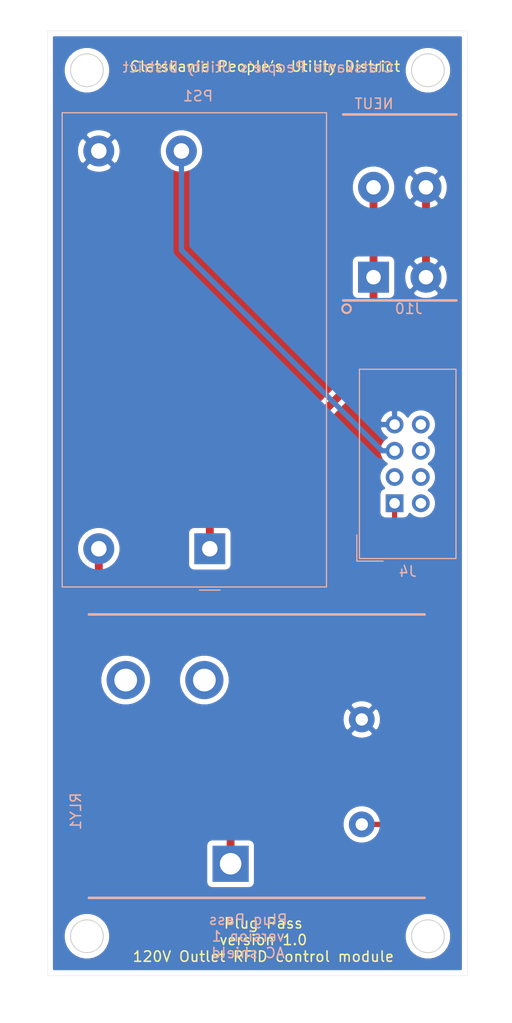
<source format=kicad_pcb>
(kicad_pcb (version 20171130) (host pcbnew "(5.1.5)-3")

  (general
    (thickness 1.6)
    (drawings 12)
    (tracks 21)
    (zones 0)
    (modules 4)
    (nets 13)
  )

  (page A4)
  (layers
    (0 F.Cu signal)
    (31 B.Cu signal)
    (32 B.Adhes user)
    (33 F.Adhes user)
    (34 B.Paste user)
    (35 F.Paste user)
    (36 B.SilkS user)
    (37 F.SilkS user)
    (38 B.Mask user)
    (39 F.Mask user)
    (40 Dwgs.User user)
    (41 Cmts.User user)
    (42 Eco1.User user)
    (43 Eco2.User user)
    (44 Edge.Cuts user)
    (45 Margin user)
    (46 B.CrtYd user)
    (47 F.CrtYd user)
    (48 B.Fab user)
    (49 F.Fab user)
  )

  (setup
    (last_trace_width 0.254)
    (user_trace_width 0.508)
    (user_trace_width 0.762)
    (trace_clearance 0.254)
    (zone_clearance 0.508)
    (zone_45_only no)
    (trace_min 0.1524)
    (via_size 0.762)
    (via_drill 0.381)
    (via_min_size 0.508)
    (via_min_drill 0.254)
    (uvia_size 0.762)
    (uvia_drill 0.381)
    (uvias_allowed no)
    (uvia_min_size 0.508)
    (uvia_min_drill 0.254)
    (edge_width 0.1)
    (segment_width 0.15)
    (pcb_text_width 0.3)
    (pcb_text_size 1.5 1.5)
    (mod_edge_width 0.15)
    (mod_text_size 1 1)
    (mod_text_width 0.15)
    (pad_size 1.7 1.7)
    (pad_drill 1)
    (pad_to_mask_clearance 0.0508)
    (solder_mask_min_width 0.101)
    (aux_axis_origin 0 0)
    (visible_elements 7FFFF7FF)
    (pcbplotparams
      (layerselection 0x010f0_ffffffff)
      (usegerberextensions true)
      (usegerberattributes false)
      (usegerberadvancedattributes false)
      (creategerberjobfile false)
      (excludeedgelayer true)
      (linewidth 0.100000)
      (plotframeref false)
      (viasonmask false)
      (mode 1)
      (useauxorigin false)
      (hpglpennumber 1)
      (hpglpenspeed 20)
      (hpglpendiameter 15.000000)
      (psnegative false)
      (psa4output false)
      (plotreference true)
      (plotvalue false)
      (plotinvisibletext false)
      (padsonsilk false)
      (subtractmaskfromsilk false)
      (outputformat 1)
      (mirror false)
      (drillshape 0)
      (scaleselection 1)
      (outputdirectory "gerbers/"))
  )

  (net 0 "")
  (net 1 GNDREF)
  (net 2 /RelayPin)
  (net 3 "Net-(J10-Pad1)")
  (net 4 "Net-(RLY1-Pad4)")
  (net 5 "Net-(J8-Pad~)")
  (net 6 "Net-(J9-Pad~)")
  (net 7 VCC)
  (net 8 "Net-(J4-Pad8)")
  (net 9 "Net-(J4-Pad6)")
  (net 10 "Net-(J4-Pad4)")
  (net 11 "Net-(J4-Pad3)")
  (net 12 "Net-(J4-Pad2)")

  (net_class Default "This is the default net class."
    (clearance 0.254)
    (trace_width 0.254)
    (via_dia 0.762)
    (via_drill 0.381)
    (uvia_dia 0.762)
    (uvia_drill 0.381)
    (add_net /RelayPin)
    (add_net GNDREF)
    (add_net "Net-(J10-Pad1)")
    (add_net "Net-(J4-Pad2)")
    (add_net "Net-(J4-Pad3)")
    (add_net "Net-(J4-Pad4)")
    (add_net "Net-(J4-Pad6)")
    (add_net "Net-(J4-Pad8)")
    (add_net "Net-(J8-Pad~)")
    (add_net "Net-(J9-Pad~)")
    (add_net "Net-(RLY1-Pad4)")
    (add_net VCC)
  )

  (module Plug_Pass:Converter_ACDC_MeanWell_IRM-05-xx_THT (layer B.Cu) (tedit 5AEF7D42) (tstamp 5EA058C5)
    (at 193.5099 100.92436 90)
    (descr http://www.meanwell.com/webapp/product/search.aspx?prod=IRM-05)
    (tags "ACDC-Converter 5W   Meanwell IRM-05")
    (path /5E98A7A4)
    (fp_text reference PS1 (at 43.815 -1.143 180) (layer B.SilkS)
      (effects (font (size 1 1) (thickness 0.15)) (justify mirror))
    )
    (fp_text value IRM-05-5 (at 21.7 -15.6 90) (layer B.Fab)
      (effects (font (size 1 1) (thickness 0.15)) (justify mirror))
    )
    (fp_line (start -2.6 0) (end -3.6 -1) (layer B.Fab) (width 0.1))
    (fp_line (start -2.6 0) (end -3.6 1) (layer B.Fab) (width 0.1))
    (fp_line (start 42.35 11.45) (end 42.35 -14.45) (layer B.CrtYd) (width 0.05))
    (fp_line (start -3.85 11.45) (end 42.35 11.45) (layer B.CrtYd) (width 0.05))
    (fp_line (start -3.85 -14.45) (end 42.35 -14.45) (layer B.CrtYd) (width 0.05))
    (fp_line (start 42.1 11.2) (end 42.1 -14.2) (layer B.Fab) (width 0.1))
    (fp_line (start -3.7 11.3) (end -3.7 -14.3) (layer B.SilkS) (width 0.12))
    (fp_line (start -3.7 -14.3) (end 42.2 -14.3) (layer B.SilkS) (width 0.12))
    (fp_line (start -3.6 11.2) (end -3.6 -14.2) (layer B.Fab) (width 0.1))
    (fp_text user %R (at 22.42 -0.48 90) (layer B.Fab)
      (effects (font (size 1 1) (thickness 0.15)) (justify mirror))
    )
    (fp_line (start -3.85 11.45) (end -3.85 -14.45) (layer B.CrtYd) (width 0.05))
    (fp_line (start 42.1 11.2) (end -3.6 11.2) (layer B.Fab) (width 0.1))
    (fp_line (start -3.6 -14.2) (end 42.1 -14.2) (layer B.Fab) (width 0.1))
    (fp_line (start -3.7 11.3) (end 42.2 11.3) (layer B.SilkS) (width 0.12))
    (fp_line (start 42.2 11.3) (end 42.2 -14.3) (layer B.SilkS) (width 0.12))
    (fp_line (start -4 1) (end -4 -1) (layer B.SilkS) (width 0.12))
    (pad 1 thru_hole rect (at 0 0 90) (size 3 3) (drill 1.5) (layers *.Cu *.Mask)
      (net 3 "Net-(J10-Pad1)"))
    (pad 4 thru_hole circle (at 38.5 -2.75 90) (size 3 3) (drill 1.5) (layers *.Cu *.Mask)
      (net 7 VCC))
    (pad 2 thru_hole circle (at 0 -10.75 90) (size 3 3) (drill 1.5) (layers *.Cu *.Mask)
      (net 6 "Net-(J9-Pad~)"))
    (pad 3 thru_hole circle (at 38.5 -10.75 90) (size 3 3) (drill 1.5) (layers *.Cu *.Mask)
      (net 1 GNDREF))
    (model ${KISYS3DMOD}/Converter_ACDC.3dshapes/Converter_ACDC_MeanWell_IRM-05-xx_THT.wrl
      (at (xyz 0 0 0))
      (scale (xyz 1 1 1))
      (rotate (xyz 0 0 0))
    )
  )

  (module Plug_Pass:TDPT_2P_5.08MM (layer B.Cu) (tedit 5E9E2B5C) (tstamp 5EA0599B)
    (at 209.36458 74.64044)
    (path /5E984D8C)
    (fp_text reference J10 (at 3.4036 3.048) (layer B.SilkS)
      (effects (font (size 1 1) (thickness 0.15)) (justify mirror))
    )
    (fp_text value TDPT-1017503 (at -4.0894 -7.6962 -90) (layer B.Fab)
      (effects (font (size 1 1) (thickness 0.15)) (justify mirror))
    )
    (fp_circle (center -2.6162 3.048) (end -2.2098 3.1496) (layer B.SilkS) (width 0.2))
    (fp_text user NEUT (at 0.0508 -16.7894) (layer B.SilkS)
      (effects (font (size 1 1) (thickness 0.15)) (justify mirror))
    )
    (fp_line (start -2.94 -15.75) (end 8.02 -15.75) (layer B.SilkS) (width 0.25))
    (fp_line (start -2.94 2.25) (end 8.02 2.25) (layer B.SilkS) (width 0.25))
    (fp_line (start -2.94 -15.75) (end 8.002 -15.75) (layer B.Fab) (width 0.12))
    (fp_line (start 8.02 2.25) (end 8.02 -15.75) (layer B.Fab) (width 0.12))
    (fp_line (start -2.94 2.25) (end 8.02 2.25) (layer B.Fab) (width 0.12))
    (fp_line (start -2.94 2.25) (end -2.94 -15.75) (layer B.Fab) (width 0.12))
    (pad 2 thru_hole circle (at 5.08 -8.7) (size 3 3) (drill 1.4) (layers *.Cu *.Mask)
      (net 1 GNDREF))
    (pad 2 thru_hole circle (at 5.08 0) (size 3 3) (drill 1.4) (layers *.Cu *.Mask)
      (net 1 GNDREF))
    (pad 1 thru_hole circle (at 0 -8.7) (size 3 3) (drill 1.4) (layers *.Cu *.Mask)
      (net 3 "Net-(J10-Pad1)"))
    (pad 1 thru_hole rect (at 0 0) (size 3 3) (drill 1.4) (layers *.Cu *.Mask)
      (net 3 "Net-(J10-Pad1)"))
  )

  (module Plug_Pass:RLY-T9AS5D22-5 (layer B.Cu) (tedit 5E987609) (tstamp 5EA05970)
    (at 181.80304 107.28452 270)
    (path /5E903161)
    (fp_text reference RLY1 (at 19.05 1.27 90) (layer B.SilkS)
      (effects (font (size 1 1) (thickness 0.15)) (justify mirror))
    )
    (fp_text value T95S5D22-5 (at 19.05 -38.1 90) (layer B.Fab)
      (effects (font (size 1 1) (thickness 0.15)) (justify mirror))
    )
    (fp_line (start 27.43 0) (end 27.43 -32.51) (layer B.SilkS) (width 0.25))
    (fp_line (start 0 0) (end 0 -32.51) (layer B.SilkS) (width 0.25))
    (fp_line (start 0 -32.51) (end 27.43 -32.51) (layer B.Fab) (width 0.12))
    (fp_line (start 0 0) (end 27.43 0) (layer B.Fab) (width 0.12))
    (fp_line (start 27.43 0) (end 27.43 -32.51) (layer B.Fab) (width 0.12))
    (fp_line (start 0 0) (end 0 -32.51) (layer B.Fab) (width 0.12))
    (pad 5 thru_hole circle (at 20.32 -26.42 270) (size 2.5 2.5) (drill 1.2) (layers *.Cu *.Mask)
      (net 2 /RelayPin))
    (pad 2 thru_hole circle (at 10.16 -26.42 270) (size 2.5 2.5) (drill 1.2) (layers *.Cu *.Mask)
      (net 1 GNDREF))
    (pad 1 thru_hole rect (at 24.13 -13.72 270) (size 3.5 3.5) (drill 2.08) (layers *.Cu *.Mask)
      (net 6 "Net-(J9-Pad~)"))
    (pad 3 thru_hole circle (at 6.35 -11.18 270) (size 3.7 3.7) (drill 2.2) (layers *.Cu *.Mask)
      (net 5 "Net-(J8-Pad~)"))
    (pad 4 thru_hole circle (at 6.35 -3.56 270) (size 3.7 3.7) (drill 2.2) (layers *.Cu *.Mask)
      (net 4 "Net-(RLY1-Pad4)"))
  )

  (module Plug_Pass:IDC-Header_2x04_P2.54mm_Vertical (layer B.Cu) (tedit 59DE070F) (tstamp 5EA05918)
    (at 211.4042 96.52)
    (descr "Through hole straight IDC box header, 2x04, 2.54mm pitch, double rows")
    (tags "Through hole IDC box header THT 2x04 2.54mm double row")
    (path /5EA059A4)
    (fp_text reference J4 (at 1.27 6.604) (layer B.SilkS)
      (effects (font (size 1 1) (thickness 0.15)) (justify mirror))
    )
    (fp_text value Conn_02x04_Odd_Even (at 1.27 -14.224) (layer B.Fab)
      (effects (font (size 1 1) (thickness 0.15)) (justify mirror))
    )
    (fp_line (start -3.655 5.6) (end -1.115 5.6) (layer B.SilkS) (width 0.12))
    (fp_line (start -3.655 5.6) (end -3.655 3.06) (layer B.SilkS) (width 0.12))
    (fp_line (start -3.405 5.35) (end 5.945 5.35) (layer B.SilkS) (width 0.12))
    (fp_line (start -3.405 -12.97) (end -3.405 5.35) (layer B.SilkS) (width 0.12))
    (fp_line (start 5.945 -12.97) (end -3.405 -12.97) (layer B.SilkS) (width 0.12))
    (fp_line (start 5.945 5.35) (end 5.945 -12.97) (layer B.SilkS) (width 0.12))
    (fp_line (start -3.41 5.35) (end 5.95 5.35) (layer B.CrtYd) (width 0.05))
    (fp_line (start -3.41 -12.97) (end -3.41 5.35) (layer B.CrtYd) (width 0.05))
    (fp_line (start 5.95 -12.97) (end -3.41 -12.97) (layer B.CrtYd) (width 0.05))
    (fp_line (start 5.95 5.35) (end 5.95 -12.97) (layer B.CrtYd) (width 0.05))
    (fp_line (start -3.155 -12.72) (end -2.605 -12.16) (layer B.Fab) (width 0.1))
    (fp_line (start -3.155 5.1) (end -2.605 4.56) (layer B.Fab) (width 0.1))
    (fp_line (start 5.695 -12.72) (end 5.145 -12.16) (layer B.Fab) (width 0.1))
    (fp_line (start 5.695 5.1) (end 5.145 4.56) (layer B.Fab) (width 0.1))
    (fp_line (start 5.145 -12.16) (end -2.605 -12.16) (layer B.Fab) (width 0.1))
    (fp_line (start 5.695 -12.72) (end -3.155 -12.72) (layer B.Fab) (width 0.1))
    (fp_line (start 5.145 4.56) (end -2.605 4.56) (layer B.Fab) (width 0.1))
    (fp_line (start 5.695 5.1) (end -3.155 5.1) (layer B.Fab) (width 0.1))
    (fp_line (start -2.605 -6.06) (end -3.155 -6.06) (layer B.Fab) (width 0.1))
    (fp_line (start -2.605 -1.56) (end -3.155 -1.56) (layer B.Fab) (width 0.1))
    (fp_line (start -2.605 -6.06) (end -2.605 -12.16) (layer B.Fab) (width 0.1))
    (fp_line (start -2.605 4.56) (end -2.605 -1.56) (layer B.Fab) (width 0.1))
    (fp_line (start -3.155 5.1) (end -3.155 -12.72) (layer B.Fab) (width 0.1))
    (fp_line (start 5.145 4.56) (end 5.145 -12.16) (layer B.Fab) (width 0.1))
    (fp_line (start 5.695 5.1) (end 5.695 -12.72) (layer B.Fab) (width 0.1))
    (fp_text user %R (at 1.27 -3.81) (layer B.Fab)
      (effects (font (size 1 1) (thickness 0.15)) (justify mirror))
    )
    (pad 8 thru_hole oval (at 2.54 -7.62) (size 1.7272 1.7272) (drill 1.016) (layers *.Cu *.Mask)
      (net 8 "Net-(J4-Pad8)"))
    (pad 7 thru_hole oval (at 0 -7.62) (size 1.7272 1.7272) (drill 1.016) (layers *.Cu *.Mask)
      (net 1 GNDREF))
    (pad 6 thru_hole oval (at 2.54 -5.08) (size 1.7272 1.7272) (drill 1.016) (layers *.Cu *.Mask)
      (net 9 "Net-(J4-Pad6)"))
    (pad 5 thru_hole oval (at 0 -5.08) (size 1.7272 1.7272) (drill 1.016) (layers *.Cu *.Mask)
      (net 7 VCC))
    (pad 4 thru_hole oval (at 2.54 -2.54) (size 1.7272 1.7272) (drill 1.016) (layers *.Cu *.Mask)
      (net 10 "Net-(J4-Pad4)"))
    (pad 3 thru_hole oval (at 0 -2.54) (size 1.7272 1.7272) (drill 1.016) (layers *.Cu *.Mask)
      (net 11 "Net-(J4-Pad3)"))
    (pad 2 thru_hole oval (at 2.54 0) (size 1.7272 1.7272) (drill 1.016) (layers *.Cu *.Mask)
      (net 12 "Net-(J4-Pad2)"))
    (pad 1 thru_hole rect (at 0 0) (size 1.7272 1.7272) (drill 1.016) (layers *.Cu *.Mask)
      (net 2 /RelayPin))
    (model ${KISYS3DMOD}/Connector_IDC.3dshapes/IDC-Header_2x04_P2.54mm_Vertical.wrl
      (at (xyz 0 0 0))
      (scale (xyz 1 1 1))
      (rotate (xyz 0 0 0))
    )
  )

  (gr_text "Plug Pass\nversion 1\nAC shield" (at 197.2183 138.43508) (layer B.SilkS)
    (effects (font (size 1 1) (thickness 0.15)) (justify mirror))
  )
  (gr_text "Clatskanie People's Utility District" (at 198.17588 54.32044) (layer B.SilkS)
    (effects (font (size 1 1) (thickness 0.15)) (justify mirror))
  )
  (gr_text "Clatskanie People's Utility District" (at 198.84136 54.24678) (layer F.SilkS) (tstamp 5EA058A9)
    (effects (font (size 1 1) (thickness 0.15)))
  )
  (gr_text "Plug Pass\nversion 1.0\n120V Outlet RFID control module" (at 198.69404 138.7856) (layer F.SilkS) (tstamp 5EA058AC)
    (effects (font (size 1 1) (thickness 0.15)))
  )
  (gr_circle (center 181.61 138.43) (end 183.1975 138.43) (layer Edge.Cuts) (width 0.1) (tstamp 5EA059C9))
  (gr_circle (center 214.63 138.43) (end 216.2175 138.43) (layer Edge.Cuts) (width 0.1) (tstamp 5EA059CF))
  (gr_circle (center 214.63 54.61) (end 216.2175 54.61) (layer Edge.Cuts) (width 0.1) (tstamp 5EA059C6))
  (gr_circle (center 181.61 54.61) (end 183.1975 54.61) (layer Edge.Cuts) (width 0.1) (tstamp 5EA059CC))
  (gr_line (start 177.8 50.8) (end 218.44 50.8) (layer Edge.Cuts) (width 0.0254) (tstamp 5EA059C3))
  (gr_line (start 177.8 142.24) (end 218.44 142.24) (layer Edge.Cuts) (width 0.0254) (tstamp 5EA059BA))
  (gr_line (start 218.44 50.8) (end 218.44 142.24) (layer Edge.Cuts) (width 0.0254) (tstamp 5EA059C0))
  (gr_line (start 177.8 142.24) (end 177.8 50.8) (layer Edge.Cuts) (width 0.0254) (tstamp 5EA059BD))

  (segment (start 214.44458 68.06176) (end 214.44458 74.64044) (width 0.762) (layer F.Cu) (net 1) (tstamp 5EA058A3))
  (segment (start 214.44458 65.94044) (end 214.44458 68.06176) (width 0.762) (layer F.Cu) (net 1) (tstamp 5EA058A6))
  (segment (start 211.4042 96.52) (end 211.4042 126.42342) (width 0.508) (layer F.Cu) (net 2) (tstamp 5EA0589D))
  (segment (start 210.2231 127.60452) (end 208.22304 127.60452) (width 0.508) (layer F.Cu) (net 2) (tstamp 5EA05873))
  (segment (start 211.4042 126.42342) (end 210.2231 127.60452) (width 0.508) (layer F.Cu) (net 2) (tstamp 5EA05879))
  (segment (start 209.36458 68.06176) (end 209.36458 74.64044) (width 0.762) (layer F.Cu) (net 3) (tstamp 5EA05870))
  (segment (start 209.36458 65.94044) (end 209.36458 68.06176) (width 0.762) (layer F.Cu) (net 3) (tstamp 5EA0586A))
  (segment (start 209.36458 82.80768) (end 209.36458 78.3336) (width 0.762) (layer F.Cu) (net 3) (tstamp 5EA0588B))
  (segment (start 193.5099 100.92436) (end 193.5099 98.66236) (width 0.762) (layer F.Cu) (net 3) (tstamp 5EA05885))
  (segment (start 193.5099 98.66236) (end 209.36458 82.80768) (width 0.762) (layer F.Cu) (net 3) (tstamp 5EA05882))
  (segment (start 209.36458 74.64044) (end 209.36458 78.3336) (width 0.762) (layer F.Cu) (net 3) (tstamp 5EA05876))
  (segment (start 209.36458 78.3336) (end 209.36458 78.88986) (width 0.762) (layer F.Cu) (net 3) (tstamp 5EA0586D))
  (segment (start 195.52304 128.90252) (end 189.11316 122.49264) (width 0.762) (layer F.Cu) (net 6) (tstamp 5EA05897))
  (segment (start 195.52304 131.41452) (end 195.52304 128.90252) (width 0.762) (layer F.Cu) (net 6) (tstamp 5EA05888))
  (segment (start 189.11316 109.39894) (end 189.11316 122.49264) (width 0.762) (layer F.Cu) (net 6) (tstamp 5EA0588E))
  (segment (start 182.7599 103.04568) (end 189.11316 109.39894) (width 0.762) (layer F.Cu) (net 6) (tstamp 5EA0587F))
  (segment (start 182.7599 100.92436) (end 182.7599 103.04568) (width 0.762) (layer F.Cu) (net 6) (tstamp 5EA0587C))
  (segment (start 190.7599 64.54568) (end 190.7599 62.42436) (width 0.508) (layer B.Cu) (net 7) (tstamp 5EA05894))
  (segment (start 190.7599 72.017014) (end 190.7599 64.54568) (width 0.508) (layer B.Cu) (net 7) (tstamp 5EA058A0))
  (segment (start 210.182886 91.44) (end 190.7599 72.017014) (width 0.508) (layer B.Cu) (net 7) (tstamp 5EA0589A))
  (segment (start 211.4042 91.44) (end 210.182886 91.44) (width 0.508) (layer B.Cu) (net 7) (tstamp 5EA05891))

  (zone (net 1) (net_name GNDREF) (layer F.Cu) (tstamp 0) (hatch edge 0.508)
    (connect_pads (clearance 0.508))
    (min_thickness 0.254)
    (fill yes (arc_segments 32) (thermal_gap 0.508) (thermal_bridge_width 0.508))
    (polygon
      (pts
        (xy 176.316567 48.661569) (xy 221.58706 48.9585) (xy 221.20606 143.77416) (xy 176.06772 144.45234) (xy 176.316567 48.661569)
        (xy 176.27854 48.66132) (xy 176.31664 48.63338)
      )
    )
    (filled_polygon
      (pts
        (xy 217.792301 141.5923) (xy 178.4477 141.5923) (xy 178.4477 138.205296) (xy 179.328539 138.205296) (xy 179.328539 138.654704)
        (xy 179.416214 139.095478) (xy 179.588196 139.510677) (xy 179.837874 139.884347) (xy 180.155653 140.202126) (xy 180.529323 140.451804)
        (xy 180.944522 140.623786) (xy 181.385296 140.711461) (xy 181.834704 140.711461) (xy 182.275478 140.623786) (xy 182.690677 140.451804)
        (xy 183.064347 140.202126) (xy 183.382126 139.884347) (xy 183.631804 139.510677) (xy 183.803786 139.095478) (xy 183.891461 138.654704)
        (xy 183.891461 138.205296) (xy 212.348539 138.205296) (xy 212.348539 138.654704) (xy 212.436214 139.095478) (xy 212.608196 139.510677)
        (xy 212.857874 139.884347) (xy 213.175653 140.202126) (xy 213.549323 140.451804) (xy 213.964522 140.623786) (xy 214.405296 140.711461)
        (xy 214.854704 140.711461) (xy 215.295478 140.623786) (xy 215.710677 140.451804) (xy 216.084347 140.202126) (xy 216.402126 139.884347)
        (xy 216.651804 139.510677) (xy 216.823786 139.095478) (xy 216.911461 138.654704) (xy 216.911461 138.205296) (xy 216.823786 137.764522)
        (xy 216.651804 137.349323) (xy 216.402126 136.975653) (xy 216.084347 136.657874) (xy 215.710677 136.408196) (xy 215.295478 136.236214)
        (xy 214.854704 136.148539) (xy 214.405296 136.148539) (xy 213.964522 136.236214) (xy 213.549323 136.408196) (xy 213.175653 136.657874)
        (xy 212.857874 136.975653) (xy 212.608196 137.349323) (xy 212.436214 137.764522) (xy 212.348539 138.205296) (xy 183.891461 138.205296)
        (xy 183.803786 137.764522) (xy 183.631804 137.349323) (xy 183.382126 136.975653) (xy 183.064347 136.657874) (xy 182.690677 136.408196)
        (xy 182.275478 136.236214) (xy 181.834704 136.148539) (xy 181.385296 136.148539) (xy 180.944522 136.236214) (xy 180.529323 136.408196)
        (xy 180.155653 136.657874) (xy 179.837874 136.975653) (xy 179.588196 137.349323) (xy 179.416214 137.764522) (xy 179.328539 138.205296)
        (xy 178.4477 138.205296) (xy 178.4477 113.389769) (xy 182.87804 113.389769) (xy 182.87804 113.879271) (xy 182.973537 114.359368)
        (xy 183.160861 114.811609) (xy 183.432814 115.218615) (xy 183.778945 115.564746) (xy 184.185951 115.836699) (xy 184.638192 116.024023)
        (xy 185.118289 116.11952) (xy 185.607791 116.11952) (xy 186.087888 116.024023) (xy 186.540129 115.836699) (xy 186.947135 115.564746)
        (xy 187.293266 115.218615) (xy 187.565219 114.811609) (xy 187.752543 114.359368) (xy 187.84804 113.879271) (xy 187.84804 113.389769)
        (xy 187.752543 112.909672) (xy 187.565219 112.457431) (xy 187.293266 112.050425) (xy 186.947135 111.704294) (xy 186.540129 111.432341)
        (xy 186.087888 111.245017) (xy 185.607791 111.14952) (xy 185.118289 111.14952) (xy 184.638192 111.245017) (xy 184.185951 111.432341)
        (xy 183.778945 111.704294) (xy 183.432814 112.050425) (xy 183.160861 112.457431) (xy 182.973537 112.909672) (xy 182.87804 113.389769)
        (xy 178.4477 113.389769) (xy 178.4477 100.714081) (xy 180.6249 100.714081) (xy 180.6249 101.134639) (xy 180.706947 101.547116)
        (xy 180.867888 101.935662) (xy 181.101537 102.285343) (xy 181.398917 102.582723) (xy 181.743901 102.813233) (xy 181.743901 102.995769)
        (xy 181.738985 103.04568) (xy 181.758602 103.24485) (xy 181.816699 103.436367) (xy 181.911041 103.61287) (xy 182.038005 103.767576)
        (xy 182.076768 103.799388) (xy 188.09716 109.819781) (xy 188.097161 122.442728) (xy 188.092245 122.49264) (xy 188.111862 122.69181)
        (xy 188.169959 122.883327) (xy 188.264301 123.05983) (xy 188.391265 123.214536) (xy 188.430028 123.246348) (xy 194.210127 129.026448)
        (xy 193.77304 129.026448) (xy 193.648558 129.038708) (xy 193.52886 129.075018) (xy 193.418546 129.133983) (xy 193.321855 129.213335)
        (xy 193.242503 129.310026) (xy 193.183538 129.42034) (xy 193.147228 129.540038) (xy 193.134968 129.66452) (xy 193.134968 133.16452)
        (xy 193.147228 133.289002) (xy 193.183538 133.4087) (xy 193.242503 133.519014) (xy 193.321855 133.615705) (xy 193.418546 133.695057)
        (xy 193.52886 133.754022) (xy 193.648558 133.790332) (xy 193.77304 133.802592) (xy 197.27304 133.802592) (xy 197.397522 133.790332)
        (xy 197.51722 133.754022) (xy 197.627534 133.695057) (xy 197.724225 133.615705) (xy 197.803577 133.519014) (xy 197.862542 133.4087)
        (xy 197.898852 133.289002) (xy 197.911112 133.16452) (xy 197.911112 129.66452) (xy 197.898852 129.540038) (xy 197.862542 129.42034)
        (xy 197.803577 129.310026) (xy 197.724225 129.213335) (xy 197.627534 129.133983) (xy 197.51722 129.075018) (xy 197.397522 129.038708)
        (xy 197.27304 129.026448) (xy 196.53904 129.026448) (xy 196.53904 128.952413) (xy 196.543954 128.902519) (xy 196.53904 128.852625)
        (xy 196.53904 128.852618) (xy 196.524338 128.703349) (xy 196.466242 128.511833) (xy 196.3719 128.33533) (xy 196.244936 128.180624)
        (xy 196.206173 128.148812) (xy 195.476225 127.418864) (xy 206.33804 127.418864) (xy 206.33804 127.790176) (xy 206.410479 128.154354)
        (xy 206.552574 128.497402) (xy 206.758865 128.806138) (xy 207.021422 129.068695) (xy 207.330158 129.274986) (xy 207.673206 129.417081)
        (xy 208.037384 129.48952) (xy 208.408696 129.48952) (xy 208.772874 129.417081) (xy 209.115922 129.274986) (xy 209.424658 129.068695)
        (xy 209.687215 128.806138) (xy 209.893506 128.497402) (xy 209.895114 128.49352) (xy 210.17944 128.49352) (xy 210.2231 128.49782)
        (xy 210.26676 128.49352) (xy 210.266767 128.49352) (xy 210.397374 128.480656) (xy 210.564951 128.429823) (xy 210.719391 128.347273)
        (xy 210.854759 128.236179) (xy 210.882599 128.202256) (xy 212.001941 127.082915) (xy 212.035859 127.055079) (xy 212.146953 126.919711)
        (xy 212.229503 126.765271) (xy 212.280336 126.597694) (xy 212.2932 126.467087) (xy 212.2932 126.46708) (xy 212.2975 126.42342)
        (xy 212.2932 126.37976) (xy 212.2932 98.01917) (xy 212.392282 98.009412) (xy 212.51198 97.973102) (xy 212.622294 97.914137)
        (xy 212.718985 97.834785) (xy 212.798337 97.738094) (xy 212.857302 97.62778) (xy 212.874836 97.569977) (xy 212.988898 97.684039)
        (xy 213.234347 97.848042) (xy 213.507075 97.96101) (xy 213.796601 98.0186) (xy 214.091799 98.0186) (xy 214.381325 97.96101)
        (xy 214.654053 97.848042) (xy 214.899502 97.684039) (xy 215.108239 97.475302) (xy 215.272242 97.229853) (xy 215.38521 96.957125)
        (xy 215.4428 96.667599) (xy 215.4428 96.372401) (xy 215.38521 96.082875) (xy 215.272242 95.810147) (xy 215.108239 95.564698)
        (xy 214.899502 95.355961) (xy 214.740919 95.25) (xy 214.899502 95.144039) (xy 215.108239 94.935302) (xy 215.272242 94.689853)
        (xy 215.38521 94.417125) (xy 215.4428 94.127599) (xy 215.4428 93.832401) (xy 215.38521 93.542875) (xy 215.272242 93.270147)
        (xy 215.108239 93.024698) (xy 214.899502 92.815961) (xy 214.740919 92.71) (xy 214.899502 92.604039) (xy 215.108239 92.395302)
        (xy 215.272242 92.149853) (xy 215.38521 91.877125) (xy 215.4428 91.587599) (xy 215.4428 91.292401) (xy 215.38521 91.002875)
        (xy 215.272242 90.730147) (xy 215.108239 90.484698) (xy 214.899502 90.275961) (xy 214.740919 90.17) (xy 214.899502 90.064039)
        (xy 215.108239 89.855302) (xy 215.272242 89.609853) (xy 215.38521 89.337125) (xy 215.4428 89.047599) (xy 215.4428 88.752401)
        (xy 215.38521 88.462875) (xy 215.272242 88.190147) (xy 215.108239 87.944698) (xy 214.899502 87.735961) (xy 214.654053 87.571958)
        (xy 214.381325 87.45899) (xy 214.091799 87.4014) (xy 213.796601 87.4014) (xy 213.507075 87.45899) (xy 213.234347 87.571958)
        (xy 212.988898 87.735961) (xy 212.780161 87.944698) (xy 212.672508 88.105813) (xy 212.511054 87.889707) (xy 212.292688 87.693183)
        (xy 212.040178 87.543036) (xy 211.763227 87.445037) (xy 211.5312 87.565536) (xy 211.5312 88.773) (xy 211.5512 88.773)
        (xy 211.5512 89.027) (xy 211.5312 89.027) (xy 211.5312 89.047) (xy 211.2772 89.047) (xy 211.2772 89.027)
        (xy 210.070383 89.027) (xy 209.949242 89.259026) (xy 209.994978 89.409814) (xy 210.121516 89.674944) (xy 210.297346 89.910293)
        (xy 210.515712 90.106817) (xy 210.614303 90.165441) (xy 210.448898 90.275961) (xy 210.240161 90.484698) (xy 210.076158 90.730147)
        (xy 209.96319 91.002875) (xy 209.9056 91.292401) (xy 209.9056 91.587599) (xy 209.96319 91.877125) (xy 210.076158 92.149853)
        (xy 210.240161 92.395302) (xy 210.448898 92.604039) (xy 210.607481 92.71) (xy 210.448898 92.815961) (xy 210.240161 93.024698)
        (xy 210.076158 93.270147) (xy 209.96319 93.542875) (xy 209.9056 93.832401) (xy 209.9056 94.127599) (xy 209.96319 94.417125)
        (xy 210.076158 94.689853) (xy 210.240161 94.935302) (xy 210.354223 95.049364) (xy 210.29642 95.066898) (xy 210.186106 95.125863)
        (xy 210.089415 95.205215) (xy 210.010063 95.301906) (xy 209.951098 95.41222) (xy 209.914788 95.531918) (xy 209.902528 95.6564)
        (xy 209.902528 97.3836) (xy 209.914788 97.508082) (xy 209.951098 97.62778) (xy 210.010063 97.738094) (xy 210.089415 97.834785)
        (xy 210.186106 97.914137) (xy 210.29642 97.973102) (xy 210.416118 98.009412) (xy 210.5152 98.01917) (xy 210.515201 126.055183)
        (xy 209.879583 126.690801) (xy 209.687215 126.402902) (xy 209.424658 126.140345) (xy 209.115922 125.934054) (xy 208.772874 125.791959)
        (xy 208.408696 125.71952) (xy 208.037384 125.71952) (xy 207.673206 125.791959) (xy 207.330158 125.934054) (xy 207.021422 126.140345)
        (xy 206.758865 126.402902) (xy 206.552574 126.711638) (xy 206.410479 127.054686) (xy 206.33804 127.418864) (xy 195.476225 127.418864)
        (xy 190.12916 122.0718) (xy 190.12916 118.758125) (xy 207.08904 118.758125) (xy 207.214954 119.048097) (xy 207.547166 119.213953)
        (xy 207.905352 119.31181) (xy 208.275746 119.337909) (xy 208.644115 119.291245) (xy 208.996302 119.173614) (xy 209.231126 119.048097)
        (xy 209.35704 118.758125) (xy 208.22304 117.624125) (xy 207.08904 118.758125) (xy 190.12916 118.758125) (xy 190.12916 117.497226)
        (xy 206.329651 117.497226) (xy 206.376315 117.865595) (xy 206.493946 118.217782) (xy 206.619463 118.452606) (xy 206.909435 118.57852)
        (xy 208.043435 117.44452) (xy 208.402645 117.44452) (xy 209.536645 118.57852) (xy 209.826617 118.452606) (xy 209.992473 118.120394)
        (xy 210.09033 117.762208) (xy 210.116429 117.391814) (xy 210.069765 117.023445) (xy 209.952134 116.671258) (xy 209.826617 116.436434)
        (xy 209.536645 116.31052) (xy 208.402645 117.44452) (xy 208.043435 117.44452) (xy 206.909435 116.31052) (xy 206.619463 116.436434)
        (xy 206.453607 116.768646) (xy 206.35575 117.126832) (xy 206.329651 117.497226) (xy 190.12916 117.497226) (xy 190.12916 116.130915)
        (xy 207.08904 116.130915) (xy 208.22304 117.264915) (xy 209.35704 116.130915) (xy 209.231126 115.840943) (xy 208.898914 115.675087)
        (xy 208.540728 115.57723) (xy 208.170334 115.551131) (xy 207.801965 115.597795) (xy 207.449778 115.715426) (xy 207.214954 115.840943)
        (xy 207.08904 116.130915) (xy 190.12916 116.130915) (xy 190.12916 113.389769) (xy 190.49804 113.389769) (xy 190.49804 113.879271)
        (xy 190.593537 114.359368) (xy 190.780861 114.811609) (xy 191.052814 115.218615) (xy 191.398945 115.564746) (xy 191.805951 115.836699)
        (xy 192.258192 116.024023) (xy 192.738289 116.11952) (xy 193.227791 116.11952) (xy 193.707888 116.024023) (xy 194.160129 115.836699)
        (xy 194.567135 115.564746) (xy 194.913266 115.218615) (xy 195.185219 114.811609) (xy 195.372543 114.359368) (xy 195.46804 113.879271)
        (xy 195.46804 113.389769) (xy 195.372543 112.909672) (xy 195.185219 112.457431) (xy 194.913266 112.050425) (xy 194.567135 111.704294)
        (xy 194.160129 111.432341) (xy 193.707888 111.245017) (xy 193.227791 111.14952) (xy 192.738289 111.14952) (xy 192.258192 111.245017)
        (xy 191.805951 111.432341) (xy 191.398945 111.704294) (xy 191.052814 112.050425) (xy 190.780861 112.457431) (xy 190.593537 112.909672)
        (xy 190.49804 113.389769) (xy 190.12916 113.389769) (xy 190.12916 109.448833) (xy 190.134074 109.398939) (xy 190.12916 109.349045)
        (xy 190.12916 109.349038) (xy 190.114458 109.199769) (xy 190.056362 109.008253) (xy 189.96202 108.83175) (xy 189.835056 108.677044)
        (xy 189.796293 108.645232) (xy 183.888833 102.737773) (xy 184.120883 102.582723) (xy 184.418263 102.285343) (xy 184.651912 101.935662)
        (xy 184.812853 101.547116) (xy 184.8949 101.134639) (xy 184.8949 100.714081) (xy 184.812853 100.301604) (xy 184.651912 99.913058)
        (xy 184.418263 99.563377) (xy 184.279246 99.42436) (xy 191.371828 99.42436) (xy 191.371828 102.42436) (xy 191.384088 102.548842)
        (xy 191.420398 102.66854) (xy 191.479363 102.778854) (xy 191.558715 102.875545) (xy 191.655406 102.954897) (xy 191.76572 103.013862)
        (xy 191.885418 103.050172) (xy 192.0099 103.062432) (xy 195.0099 103.062432) (xy 195.134382 103.050172) (xy 195.25408 103.013862)
        (xy 195.364394 102.954897) (xy 195.461085 102.875545) (xy 195.540437 102.778854) (xy 195.599402 102.66854) (xy 195.635712 102.548842)
        (xy 195.647972 102.42436) (xy 195.647972 99.42436) (xy 195.635712 99.299878) (xy 195.599402 99.18018) (xy 195.540437 99.069866)
        (xy 195.461085 98.973175) (xy 195.364394 98.893823) (xy 195.25408 98.834858) (xy 195.134382 98.798548) (xy 195.0099 98.786288)
        (xy 194.822812 98.786288) (xy 205.068126 88.540974) (xy 209.949242 88.540974) (xy 210.070383 88.773) (xy 211.2772 88.773)
        (xy 211.2772 87.565536) (xy 211.045173 87.445037) (xy 210.768222 87.543036) (xy 210.515712 87.693183) (xy 210.297346 87.889707)
        (xy 210.121516 88.125056) (xy 209.994978 88.390186) (xy 209.949242 88.540974) (xy 205.068126 88.540974) (xy 210.047713 83.561388)
        (xy 210.086476 83.529576) (xy 210.21344 83.37487) (xy 210.307782 83.198367) (xy 210.365878 83.006851) (xy 210.38058 82.857582)
        (xy 210.38058 82.857575) (xy 210.385494 82.807681) (xy 210.38058 82.757787) (xy 210.38058 76.778512) (xy 210.86458 76.778512)
        (xy 210.989062 76.766252) (xy 211.10876 76.729942) (xy 211.219074 76.670977) (xy 211.315765 76.591625) (xy 211.395117 76.494934)
        (xy 211.454082 76.38462) (xy 211.490392 76.264922) (xy 211.502652 76.14044) (xy 211.502652 76.132093) (xy 213.132532 76.132093)
        (xy 213.288542 76.447654) (xy 213.663325 76.63846) (xy 214.068131 76.752484) (xy 214.487404 76.785342) (xy 214.905031 76.735774)
        (xy 215.304963 76.605683) (xy 215.600618 76.447654) (xy 215.756628 76.132093) (xy 214.44458 74.820045) (xy 213.132532 76.132093)
        (xy 211.502652 76.132093) (xy 211.502652 74.683264) (xy 212.299678 74.683264) (xy 212.349246 75.100891) (xy 212.479337 75.500823)
        (xy 212.637366 75.796478) (xy 212.952927 75.952488) (xy 214.264975 74.64044) (xy 214.624185 74.64044) (xy 215.936233 75.952488)
        (xy 216.251794 75.796478) (xy 216.4426 75.421695) (xy 216.556624 75.016889) (xy 216.589482 74.597616) (xy 216.539914 74.179989)
        (xy 216.409823 73.780057) (xy 216.251794 73.484402) (xy 215.936233 73.328392) (xy 214.624185 74.64044) (xy 214.264975 74.64044)
        (xy 212.952927 73.328392) (xy 212.637366 73.484402) (xy 212.44656 73.859185) (xy 212.332536 74.263991) (xy 212.299678 74.683264)
        (xy 211.502652 74.683264) (xy 211.502652 73.148787) (xy 213.132532 73.148787) (xy 214.44458 74.460835) (xy 215.756628 73.148787)
        (xy 215.600618 72.833226) (xy 215.225835 72.64242) (xy 214.821029 72.528396) (xy 214.401756 72.495538) (xy 213.984129 72.545106)
        (xy 213.584197 72.675197) (xy 213.288542 72.833226) (xy 213.132532 73.148787) (xy 211.502652 73.148787) (xy 211.502652 73.14044)
        (xy 211.490392 73.015958) (xy 211.454082 72.89626) (xy 211.395117 72.785946) (xy 211.315765 72.689255) (xy 211.219074 72.609903)
        (xy 211.10876 72.550938) (xy 210.989062 72.514628) (xy 210.86458 72.502368) (xy 210.38058 72.502368) (xy 210.38058 67.829313)
        (xy 210.725563 67.598803) (xy 210.892273 67.432093) (xy 213.132532 67.432093) (xy 213.288542 67.747654) (xy 213.663325 67.93846)
        (xy 214.068131 68.052484) (xy 214.487404 68.085342) (xy 214.905031 68.035774) (xy 215.304963 67.905683) (xy 215.600618 67.747654)
        (xy 215.756628 67.432093) (xy 214.44458 66.120045) (xy 213.132532 67.432093) (xy 210.892273 67.432093) (xy 211.022943 67.301423)
        (xy 211.256592 66.951742) (xy 211.417533 66.563196) (xy 211.49958 66.150719) (xy 211.49958 65.983264) (xy 212.299678 65.983264)
        (xy 212.349246 66.400891) (xy 212.479337 66.800823) (xy 212.637366 67.096478) (xy 212.952927 67.252488) (xy 214.264975 65.94044)
        (xy 214.624185 65.94044) (xy 215.936233 67.252488) (xy 216.251794 67.096478) (xy 216.4426 66.721695) (xy 216.556624 66.316889)
        (xy 216.589482 65.897616) (xy 216.539914 65.479989) (xy 216.409823 65.080057) (xy 216.251794 64.784402) (xy 215.936233 64.628392)
        (xy 214.624185 65.94044) (xy 214.264975 65.94044) (xy 212.952927 64.628392) (xy 212.637366 64.784402) (xy 212.44656 65.159185)
        (xy 212.332536 65.563991) (xy 212.299678 65.983264) (xy 211.49958 65.983264) (xy 211.49958 65.730161) (xy 211.417533 65.317684)
        (xy 211.256592 64.929138) (xy 211.022943 64.579457) (xy 210.892273 64.448787) (xy 213.132532 64.448787) (xy 214.44458 65.760835)
        (xy 215.756628 64.448787) (xy 215.600618 64.133226) (xy 215.225835 63.94242) (xy 214.821029 63.828396) (xy 214.401756 63.795538)
        (xy 213.984129 63.845106) (xy 213.584197 63.975197) (xy 213.288542 64.133226) (xy 213.132532 64.448787) (xy 210.892273 64.448787)
        (xy 210.725563 64.282077) (xy 210.375882 64.048428) (xy 209.987336 63.887487) (xy 209.574859 63.80544) (xy 209.154301 63.80544)
        (xy 208.741824 63.887487) (xy 208.353278 64.048428) (xy 208.003597 64.282077) (xy 207.706217 64.579457) (xy 207.472568 64.929138)
        (xy 207.311627 65.317684) (xy 207.22958 65.730161) (xy 207.22958 66.150719) (xy 207.311627 66.563196) (xy 207.472568 66.951742)
        (xy 207.706217 67.301423) (xy 208.003597 67.598803) (xy 208.348581 67.829313) (xy 208.348581 68.011849) (xy 208.34858 68.011859)
        (xy 208.348581 72.502368) (xy 207.86458 72.502368) (xy 207.740098 72.514628) (xy 207.6204 72.550938) (xy 207.510086 72.609903)
        (xy 207.413395 72.689255) (xy 207.334043 72.785946) (xy 207.275078 72.89626) (xy 207.238768 73.015958) (xy 207.226508 73.14044)
        (xy 207.226508 76.14044) (xy 207.238768 76.264922) (xy 207.275078 76.38462) (xy 207.334043 76.494934) (xy 207.413395 76.591625)
        (xy 207.510086 76.670977) (xy 207.6204 76.729942) (xy 207.740098 76.766252) (xy 207.86458 76.778512) (xy 208.348581 76.778512)
        (xy 208.348581 78.283689) (xy 208.34858 78.283699) (xy 208.34858 78.939762) (xy 208.348581 78.939771) (xy 208.34858 82.386839)
        (xy 192.826768 97.908652) (xy 192.788005 97.940464) (xy 192.661041 98.09517) (xy 192.566699 98.271673) (xy 192.508602 98.46319)
        (xy 192.488985 98.66236) (xy 192.493901 98.712271) (xy 192.493901 98.786288) (xy 192.0099 98.786288) (xy 191.885418 98.798548)
        (xy 191.76572 98.834858) (xy 191.655406 98.893823) (xy 191.558715 98.973175) (xy 191.479363 99.069866) (xy 191.420398 99.18018)
        (xy 191.384088 99.299878) (xy 191.371828 99.42436) (xy 184.279246 99.42436) (xy 184.120883 99.265997) (xy 183.771202 99.032348)
        (xy 183.382656 98.871407) (xy 182.970179 98.78936) (xy 182.549621 98.78936) (xy 182.137144 98.871407) (xy 181.748598 99.032348)
        (xy 181.398917 99.265997) (xy 181.101537 99.563377) (xy 180.867888 99.913058) (xy 180.706947 100.301604) (xy 180.6249 100.714081)
        (xy 178.4477 100.714081) (xy 178.4477 63.916013) (xy 181.447852 63.916013) (xy 181.603862 64.231574) (xy 181.978645 64.42238)
        (xy 182.383451 64.536404) (xy 182.802724 64.569262) (xy 183.220351 64.519694) (xy 183.620283 64.389603) (xy 183.915938 64.231574)
        (xy 184.071948 63.916013) (xy 182.7599 62.603965) (xy 181.447852 63.916013) (xy 178.4477 63.916013) (xy 178.4477 62.467184)
        (xy 180.614998 62.467184) (xy 180.664566 62.884811) (xy 180.794657 63.284743) (xy 180.952686 63.580398) (xy 181.268247 63.736408)
        (xy 182.580295 62.42436) (xy 182.939505 62.42436) (xy 184.251553 63.736408) (xy 184.567114 63.580398) (xy 184.75792 63.205615)
        (xy 184.871944 62.800809) (xy 184.904802 62.381536) (xy 184.884927 62.214081) (xy 188.6249 62.214081) (xy 188.6249 62.634639)
        (xy 188.706947 63.047116) (xy 188.867888 63.435662) (xy 189.101537 63.785343) (xy 189.398917 64.082723) (xy 189.748598 64.316372)
        (xy 190.137144 64.477313) (xy 190.549621 64.55936) (xy 190.970179 64.55936) (xy 191.382656 64.477313) (xy 191.771202 64.316372)
        (xy 192.120883 64.082723) (xy 192.418263 63.785343) (xy 192.651912 63.435662) (xy 192.812853 63.047116) (xy 192.8949 62.634639)
        (xy 192.8949 62.214081) (xy 192.812853 61.801604) (xy 192.651912 61.413058) (xy 192.418263 61.063377) (xy 192.120883 60.765997)
        (xy 191.771202 60.532348) (xy 191.382656 60.371407) (xy 190.970179 60.28936) (xy 190.549621 60.28936) (xy 190.137144 60.371407)
        (xy 189.748598 60.532348) (xy 189.398917 60.765997) (xy 189.101537 61.063377) (xy 188.867888 61.413058) (xy 188.706947 61.801604)
        (xy 188.6249 62.214081) (xy 184.884927 62.214081) (xy 184.855234 61.963909) (xy 184.725143 61.563977) (xy 184.567114 61.268322)
        (xy 184.251553 61.112312) (xy 182.939505 62.42436) (xy 182.580295 62.42436) (xy 181.268247 61.112312) (xy 180.952686 61.268322)
        (xy 180.76188 61.643105) (xy 180.647856 62.047911) (xy 180.614998 62.467184) (xy 178.4477 62.467184) (xy 178.4477 60.932707)
        (xy 181.447852 60.932707) (xy 182.7599 62.244755) (xy 184.071948 60.932707) (xy 183.915938 60.617146) (xy 183.541155 60.42634)
        (xy 183.136349 60.312316) (xy 182.717076 60.279458) (xy 182.299449 60.329026) (xy 181.899517 60.459117) (xy 181.603862 60.617146)
        (xy 181.447852 60.932707) (xy 178.4477 60.932707) (xy 178.4477 54.385296) (xy 179.328539 54.385296) (xy 179.328539 54.834704)
        (xy 179.416214 55.275478) (xy 179.588196 55.690677) (xy 179.837874 56.064347) (xy 180.155653 56.382126) (xy 180.529323 56.631804)
        (xy 180.944522 56.803786) (xy 181.385296 56.891461) (xy 181.834704 56.891461) (xy 182.275478 56.803786) (xy 182.690677 56.631804)
        (xy 183.064347 56.382126) (xy 183.382126 56.064347) (xy 183.631804 55.690677) (xy 183.803786 55.275478) (xy 183.891461 54.834704)
        (xy 183.891461 54.385296) (xy 212.348539 54.385296) (xy 212.348539 54.834704) (xy 212.436214 55.275478) (xy 212.608196 55.690677)
        (xy 212.857874 56.064347) (xy 213.175653 56.382126) (xy 213.549323 56.631804) (xy 213.964522 56.803786) (xy 214.405296 56.891461)
        (xy 214.854704 56.891461) (xy 215.295478 56.803786) (xy 215.710677 56.631804) (xy 216.084347 56.382126) (xy 216.402126 56.064347)
        (xy 216.651804 55.690677) (xy 216.823786 55.275478) (xy 216.911461 54.834704) (xy 216.911461 54.385296) (xy 216.823786 53.944522)
        (xy 216.651804 53.529323) (xy 216.402126 53.155653) (xy 216.084347 52.837874) (xy 215.710677 52.588196) (xy 215.295478 52.416214)
        (xy 214.854704 52.328539) (xy 214.405296 52.328539) (xy 213.964522 52.416214) (xy 213.549323 52.588196) (xy 213.175653 52.837874)
        (xy 212.857874 53.155653) (xy 212.608196 53.529323) (xy 212.436214 53.944522) (xy 212.348539 54.385296) (xy 183.891461 54.385296)
        (xy 183.803786 53.944522) (xy 183.631804 53.529323) (xy 183.382126 53.155653) (xy 183.064347 52.837874) (xy 182.690677 52.588196)
        (xy 182.275478 52.416214) (xy 181.834704 52.328539) (xy 181.385296 52.328539) (xy 180.944522 52.416214) (xy 180.529323 52.588196)
        (xy 180.155653 52.837874) (xy 179.837874 53.155653) (xy 179.588196 53.529323) (xy 179.416214 53.944522) (xy 179.328539 54.385296)
        (xy 178.4477 54.385296) (xy 178.4477 51.4477) (xy 217.7923 51.4477)
      )
    )
  )
  (zone (net 1) (net_name GNDREF) (layer B.Cu) (tstamp 0) (hatch edge 0.508)
    (connect_pads (clearance 0.508))
    (min_thickness 0.254)
    (fill yes (arc_segments 32) (thermal_gap 0.508) (thermal_bridge_width 0.508))
    (polygon
      (pts
        (xy 175.9204 47.81296) (xy 222.4405 48.1965) (xy 222.7961 146.83486) (xy 173.19244 146.83486) (xy 175.9204 47.81042)
      )
    )
    (filled_polygon
      (pts
        (xy 217.792301 141.5923) (xy 178.4477 141.5923) (xy 178.4477 138.205296) (xy 179.328539 138.205296) (xy 179.328539 138.654704)
        (xy 179.416214 139.095478) (xy 179.588196 139.510677) (xy 179.837874 139.884347) (xy 180.155653 140.202126) (xy 180.529323 140.451804)
        (xy 180.944522 140.623786) (xy 181.385296 140.711461) (xy 181.834704 140.711461) (xy 182.275478 140.623786) (xy 182.690677 140.451804)
        (xy 183.064347 140.202126) (xy 183.382126 139.884347) (xy 183.631804 139.510677) (xy 183.803786 139.095478) (xy 183.891461 138.654704)
        (xy 183.891461 138.205296) (xy 212.348539 138.205296) (xy 212.348539 138.654704) (xy 212.436214 139.095478) (xy 212.608196 139.510677)
        (xy 212.857874 139.884347) (xy 213.175653 140.202126) (xy 213.549323 140.451804) (xy 213.964522 140.623786) (xy 214.405296 140.711461)
        (xy 214.854704 140.711461) (xy 215.295478 140.623786) (xy 215.710677 140.451804) (xy 216.084347 140.202126) (xy 216.402126 139.884347)
        (xy 216.651804 139.510677) (xy 216.823786 139.095478) (xy 216.911461 138.654704) (xy 216.911461 138.205296) (xy 216.823786 137.764522)
        (xy 216.651804 137.349323) (xy 216.402126 136.975653) (xy 216.084347 136.657874) (xy 215.710677 136.408196) (xy 215.295478 136.236214)
        (xy 214.854704 136.148539) (xy 214.405296 136.148539) (xy 213.964522 136.236214) (xy 213.549323 136.408196) (xy 213.175653 136.657874)
        (xy 212.857874 136.975653) (xy 212.608196 137.349323) (xy 212.436214 137.764522) (xy 212.348539 138.205296) (xy 183.891461 138.205296)
        (xy 183.803786 137.764522) (xy 183.631804 137.349323) (xy 183.382126 136.975653) (xy 183.064347 136.657874) (xy 182.690677 136.408196)
        (xy 182.275478 136.236214) (xy 181.834704 136.148539) (xy 181.385296 136.148539) (xy 180.944522 136.236214) (xy 180.529323 136.408196)
        (xy 180.155653 136.657874) (xy 179.837874 136.975653) (xy 179.588196 137.349323) (xy 179.416214 137.764522) (xy 179.328539 138.205296)
        (xy 178.4477 138.205296) (xy 178.4477 129.66452) (xy 193.134968 129.66452) (xy 193.134968 133.16452) (xy 193.147228 133.289002)
        (xy 193.183538 133.4087) (xy 193.242503 133.519014) (xy 193.321855 133.615705) (xy 193.418546 133.695057) (xy 193.52886 133.754022)
        (xy 193.648558 133.790332) (xy 193.77304 133.802592) (xy 197.27304 133.802592) (xy 197.397522 133.790332) (xy 197.51722 133.754022)
        (xy 197.627534 133.695057) (xy 197.724225 133.615705) (xy 197.803577 133.519014) (xy 197.862542 133.4087) (xy 197.898852 133.289002)
        (xy 197.911112 133.16452) (xy 197.911112 129.66452) (xy 197.898852 129.540038) (xy 197.862542 129.42034) (xy 197.803577 129.310026)
        (xy 197.724225 129.213335) (xy 197.627534 129.133983) (xy 197.51722 129.075018) (xy 197.397522 129.038708) (xy 197.27304 129.026448)
        (xy 193.77304 129.026448) (xy 193.648558 129.038708) (xy 193.52886 129.075018) (xy 193.418546 129.133983) (xy 193.321855 129.213335)
        (xy 193.242503 129.310026) (xy 193.183538 129.42034) (xy 193.147228 129.540038) (xy 193.134968 129.66452) (xy 178.4477 129.66452)
        (xy 178.4477 127.418864) (xy 206.33804 127.418864) (xy 206.33804 127.790176) (xy 206.410479 128.154354) (xy 206.552574 128.497402)
        (xy 206.758865 128.806138) (xy 207.021422 129.068695) (xy 207.330158 129.274986) (xy 207.673206 129.417081) (xy 208.037384 129.48952)
        (xy 208.408696 129.48952) (xy 208.772874 129.417081) (xy 209.115922 129.274986) (xy 209.424658 129.068695) (xy 209.687215 128.806138)
        (xy 209.893506 128.497402) (xy 210.035601 128.154354) (xy 210.10804 127.790176) (xy 210.10804 127.418864) (xy 210.035601 127.054686)
        (xy 209.893506 126.711638) (xy 209.687215 126.402902) (xy 209.424658 126.140345) (xy 209.115922 125.934054) (xy 208.772874 125.791959)
        (xy 208.408696 125.71952) (xy 208.037384 125.71952) (xy 207.673206 125.791959) (xy 207.330158 125.934054) (xy 207.021422 126.140345)
        (xy 206.758865 126.402902) (xy 206.552574 126.711638) (xy 206.410479 127.054686) (xy 206.33804 127.418864) (xy 178.4477 127.418864)
        (xy 178.4477 118.758125) (xy 207.08904 118.758125) (xy 207.214954 119.048097) (xy 207.547166 119.213953) (xy 207.905352 119.31181)
        (xy 208.275746 119.337909) (xy 208.644115 119.291245) (xy 208.996302 119.173614) (xy 209.231126 119.048097) (xy 209.35704 118.758125)
        (xy 208.22304 117.624125) (xy 207.08904 118.758125) (xy 178.4477 118.758125) (xy 178.4477 117.497226) (xy 206.329651 117.497226)
        (xy 206.376315 117.865595) (xy 206.493946 118.217782) (xy 206.619463 118.452606) (xy 206.909435 118.57852) (xy 208.043435 117.44452)
        (xy 208.402645 117.44452) (xy 209.536645 118.57852) (xy 209.826617 118.452606) (xy 209.992473 118.120394) (xy 210.09033 117.762208)
        (xy 210.116429 117.391814) (xy 210.069765 117.023445) (xy 209.952134 116.671258) (xy 209.826617 116.436434) (xy 209.536645 116.31052)
        (xy 208.402645 117.44452) (xy 208.043435 117.44452) (xy 206.909435 116.31052) (xy 206.619463 116.436434) (xy 206.453607 116.768646)
        (xy 206.35575 117.126832) (xy 206.329651 117.497226) (xy 178.4477 117.497226) (xy 178.4477 116.130915) (xy 207.08904 116.130915)
        (xy 208.22304 117.264915) (xy 209.35704 116.130915) (xy 209.231126 115.840943) (xy 208.898914 115.675087) (xy 208.540728 115.57723)
        (xy 208.170334 115.551131) (xy 207.801965 115.597795) (xy 207.449778 115.715426) (xy 207.214954 115.840943) (xy 207.08904 116.130915)
        (xy 178.4477 116.130915) (xy 178.4477 113.389769) (xy 182.87804 113.389769) (xy 182.87804 113.879271) (xy 182.973537 114.359368)
        (xy 183.160861 114.811609) (xy 183.432814 115.218615) (xy 183.778945 115.564746) (xy 184.185951 115.836699) (xy 184.638192 116.024023)
        (xy 185.118289 116.11952) (xy 185.607791 116.11952) (xy 186.087888 116.024023) (xy 186.540129 115.836699) (xy 186.947135 115.564746)
        (xy 187.293266 115.218615) (xy 187.565219 114.811609) (xy 187.752543 114.359368) (xy 187.84804 113.879271) (xy 187.84804 113.389769)
        (xy 190.49804 113.389769) (xy 190.49804 113.879271) (xy 190.593537 114.359368) (xy 190.780861 114.811609) (xy 191.052814 115.218615)
        (xy 191.398945 115.564746) (xy 191.805951 115.836699) (xy 192.258192 116.024023) (xy 192.738289 116.11952) (xy 193.227791 116.11952)
        (xy 193.707888 116.024023) (xy 194.160129 115.836699) (xy 194.567135 115.564746) (xy 194.913266 115.218615) (xy 195.185219 114.811609)
        (xy 195.372543 114.359368) (xy 195.46804 113.879271) (xy 195.46804 113.389769) (xy 195.372543 112.909672) (xy 195.185219 112.457431)
        (xy 194.913266 112.050425) (xy 194.567135 111.704294) (xy 194.160129 111.432341) (xy 193.707888 111.245017) (xy 193.227791 111.14952)
        (xy 192.738289 111.14952) (xy 192.258192 111.245017) (xy 191.805951 111.432341) (xy 191.398945 111.704294) (xy 191.052814 112.050425)
        (xy 190.780861 112.457431) (xy 190.593537 112.909672) (xy 190.49804 113.389769) (xy 187.84804 113.389769) (xy 187.752543 112.909672)
        (xy 187.565219 112.457431) (xy 187.293266 112.050425) (xy 186.947135 111.704294) (xy 186.540129 111.432341) (xy 186.087888 111.245017)
        (xy 185.607791 111.14952) (xy 185.118289 111.14952) (xy 184.638192 111.245017) (xy 184.185951 111.432341) (xy 183.778945 111.704294)
        (xy 183.432814 112.050425) (xy 183.160861 112.457431) (xy 182.973537 112.909672) (xy 182.87804 113.389769) (xy 178.4477 113.389769)
        (xy 178.4477 100.714081) (xy 180.6249 100.714081) (xy 180.6249 101.134639) (xy 180.706947 101.547116) (xy 180.867888 101.935662)
        (xy 181.101537 102.285343) (xy 181.398917 102.582723) (xy 181.748598 102.816372) (xy 182.137144 102.977313) (xy 182.549621 103.05936)
        (xy 182.970179 103.05936) (xy 183.382656 102.977313) (xy 183.771202 102.816372) (xy 184.120883 102.582723) (xy 184.418263 102.285343)
        (xy 184.651912 101.935662) (xy 184.812853 101.547116) (xy 184.8949 101.134639) (xy 184.8949 100.714081) (xy 184.812853 100.301604)
        (xy 184.651912 99.913058) (xy 184.418263 99.563377) (xy 184.279246 99.42436) (xy 191.371828 99.42436) (xy 191.371828 102.42436)
        (xy 191.384088 102.548842) (xy 191.420398 102.66854) (xy 191.479363 102.778854) (xy 191.558715 102.875545) (xy 191.655406 102.954897)
        (xy 191.76572 103.013862) (xy 191.885418 103.050172) (xy 192.0099 103.062432) (xy 195.0099 103.062432) (xy 195.134382 103.050172)
        (xy 195.25408 103.013862) (xy 195.364394 102.954897) (xy 195.461085 102.875545) (xy 195.540437 102.778854) (xy 195.599402 102.66854)
        (xy 195.635712 102.548842) (xy 195.647972 102.42436) (xy 195.647972 99.42436) (xy 195.635712 99.299878) (xy 195.599402 99.18018)
        (xy 195.540437 99.069866) (xy 195.461085 98.973175) (xy 195.364394 98.893823) (xy 195.25408 98.834858) (xy 195.134382 98.798548)
        (xy 195.0099 98.786288) (xy 192.0099 98.786288) (xy 191.885418 98.798548) (xy 191.76572 98.834858) (xy 191.655406 98.893823)
        (xy 191.558715 98.973175) (xy 191.479363 99.069866) (xy 191.420398 99.18018) (xy 191.384088 99.299878) (xy 191.371828 99.42436)
        (xy 184.279246 99.42436) (xy 184.120883 99.265997) (xy 183.771202 99.032348) (xy 183.382656 98.871407) (xy 182.970179 98.78936)
        (xy 182.549621 98.78936) (xy 182.137144 98.871407) (xy 181.748598 99.032348) (xy 181.398917 99.265997) (xy 181.101537 99.563377)
        (xy 180.867888 99.913058) (xy 180.706947 100.301604) (xy 180.6249 100.714081) (xy 178.4477 100.714081) (xy 178.4477 63.916013)
        (xy 181.447852 63.916013) (xy 181.603862 64.231574) (xy 181.978645 64.42238) (xy 182.383451 64.536404) (xy 182.802724 64.569262)
        (xy 183.220351 64.519694) (xy 183.620283 64.389603) (xy 183.915938 64.231574) (xy 184.071948 63.916013) (xy 182.7599 62.603965)
        (xy 181.447852 63.916013) (xy 178.4477 63.916013) (xy 178.4477 62.467184) (xy 180.614998 62.467184) (xy 180.664566 62.884811)
        (xy 180.794657 63.284743) (xy 180.952686 63.580398) (xy 181.268247 63.736408) (xy 182.580295 62.42436) (xy 182.939505 62.42436)
        (xy 184.251553 63.736408) (xy 184.567114 63.580398) (xy 184.75792 63.205615) (xy 184.871944 62.800809) (xy 184.904802 62.381536)
        (xy 184.884927 62.214081) (xy 188.6249 62.214081) (xy 188.6249 62.634639) (xy 188.706947 63.047116) (xy 188.867888 63.435662)
        (xy 189.101537 63.785343) (xy 189.398917 64.082723) (xy 189.748598 64.316372) (xy 189.8709 64.367031) (xy 189.8709 64.589346)
        (xy 189.870901 64.589356) (xy 189.8709 71.973354) (xy 189.8666 72.017014) (xy 189.8709 72.060674) (xy 189.8709 72.06068)
        (xy 189.883764 72.191287) (xy 189.934597 72.358864) (xy 190.017147 72.513304) (xy 190.128241 72.648673) (xy 190.162164 72.676513)
        (xy 209.523392 92.037742) (xy 209.551227 92.071659) (xy 209.686595 92.182753) (xy 209.841035 92.265303) (xy 209.906944 92.285296)
        (xy 210.00861 92.316136) (xy 210.04181 92.319406) (xy 210.139219 92.329) (xy 210.139225 92.329) (xy 210.182885 92.3333)
        (xy 210.197754 92.331836) (xy 210.240161 92.395302) (xy 210.448898 92.604039) (xy 210.607481 92.71) (xy 210.448898 92.815961)
        (xy 210.240161 93.024698) (xy 210.076158 93.270147) (xy 209.96319 93.542875) (xy 209.9056 93.832401) (xy 209.9056 94.127599)
        (xy 209.96319 94.417125) (xy 210.076158 94.689853) (xy 210.240161 94.935302) (xy 210.354223 95.049364) (xy 210.29642 95.066898)
        (xy 210.186106 95.125863) (xy 210.089415 95.205215) (xy 210.010063 95.301906) (xy 209.951098 95.41222) (xy 209.914788 95.531918)
        (xy 209.902528 95.6564) (xy 209.902528 97.3836) (xy 209.914788 97.508082) (xy 209.951098 97.62778) (xy 210.010063 97.738094)
        (xy 210.089415 97.834785) (xy 210.186106 97.914137) (xy 210.29642 97.973102) (xy 210.416118 98.009412) (xy 210.5406 98.021672)
        (xy 212.2678 98.021672) (xy 212.392282 98.009412) (xy 212.51198 97.973102) (xy 212.622294 97.914137) (xy 212.718985 97.834785)
        (xy 212.798337 97.738094) (xy 212.857302 97.62778) (xy 212.874836 97.569977) (xy 212.988898 97.684039) (xy 213.234347 97.848042)
        (xy 213.507075 97.96101) (xy 213.796601 98.0186) (xy 214.091799 98.0186) (xy 214.381325 97.96101) (xy 214.654053 97.848042)
        (xy 214.899502 97.684039) (xy 215.108239 97.475302) (xy 215.272242 97.229853) (xy 215.38521 96.957125) (xy 215.4428 96.667599)
        (xy 215.4428 96.372401) (xy 215.38521 96.082875) (xy 215.272242 95.810147) (xy 215.108239 95.564698) (xy 214.899502 95.355961)
        (xy 214.740919 95.25) (xy 214.899502 95.144039) (xy 215.108239 94.935302) (xy 215.272242 94.689853) (xy 215.38521 94.417125)
        (xy 215.4428 94.127599) (xy 215.4428 93.832401) (xy 215.38521 93.542875) (xy 215.272242 93.270147) (xy 215.108239 93.024698)
        (xy 214.899502 92.815961) (xy 214.740919 92.71) (xy 214.899502 92.604039) (xy 215.108239 92.395302) (xy 215.272242 92.149853)
        (xy 215.38521 91.877125) (xy 215.4428 91.587599) (xy 215.4428 91.292401) (xy 215.38521 91.002875) (xy 215.272242 90.730147)
        (xy 215.108239 90.484698) (xy 214.899502 90.275961) (xy 214.740919 90.17) (xy 214.899502 90.064039) (xy 215.108239 89.855302)
        (xy 215.272242 89.609853) (xy 215.38521 89.337125) (xy 215.4428 89.047599) (xy 215.4428 88.752401) (xy 215.38521 88.462875)
        (xy 215.272242 88.190147) (xy 215.108239 87.944698) (xy 214.899502 87.735961) (xy 214.654053 87.571958) (xy 214.381325 87.45899)
        (xy 214.091799 87.4014) (xy 213.796601 87.4014) (xy 213.507075 87.45899) (xy 213.234347 87.571958) (xy 212.988898 87.735961)
        (xy 212.780161 87.944698) (xy 212.672508 88.105813) (xy 212.511054 87.889707) (xy 212.292688 87.693183) (xy 212.040178 87.543036)
        (xy 211.763227 87.445037) (xy 211.5312 87.565536) (xy 211.5312 88.773) (xy 211.5512 88.773) (xy 211.5512 89.027)
        (xy 211.5312 89.027) (xy 211.5312 89.047) (xy 211.2772 89.047) (xy 211.2772 89.027) (xy 210.070383 89.027)
        (xy 209.949242 89.259026) (xy 209.994978 89.409814) (xy 210.121516 89.674944) (xy 210.297346 89.910293) (xy 210.515712 90.106817)
        (xy 210.614303 90.165441) (xy 210.448898 90.275961) (xy 210.36249 90.362369) (xy 208.541095 88.540974) (xy 209.949242 88.540974)
        (xy 210.070383 88.773) (xy 211.2772 88.773) (xy 211.2772 87.565536) (xy 211.045173 87.445037) (xy 210.768222 87.543036)
        (xy 210.515712 87.693183) (xy 210.297346 87.889707) (xy 210.121516 88.125056) (xy 209.994978 88.390186) (xy 209.949242 88.540974)
        (xy 208.541095 88.540974) (xy 193.140561 73.14044) (xy 207.226508 73.14044) (xy 207.226508 76.14044) (xy 207.238768 76.264922)
        (xy 207.275078 76.38462) (xy 207.334043 76.494934) (xy 207.413395 76.591625) (xy 207.510086 76.670977) (xy 207.6204 76.729942)
        (xy 207.740098 76.766252) (xy 207.86458 76.778512) (xy 210.86458 76.778512) (xy 210.989062 76.766252) (xy 211.10876 76.729942)
        (xy 211.219074 76.670977) (xy 211.315765 76.591625) (xy 211.395117 76.494934) (xy 211.454082 76.38462) (xy 211.490392 76.264922)
        (xy 211.502652 76.14044) (xy 211.502652 76.132093) (xy 213.132532 76.132093) (xy 213.288542 76.447654) (xy 213.663325 76.63846)
        (xy 214.068131 76.752484) (xy 214.487404 76.785342) (xy 214.905031 76.735774) (xy 215.304963 76.605683) (xy 215.600618 76.447654)
        (xy 215.756628 76.132093) (xy 214.44458 74.820045) (xy 213.132532 76.132093) (xy 211.502652 76.132093) (xy 211.502652 74.683264)
        (xy 212.299678 74.683264) (xy 212.349246 75.100891) (xy 212.479337 75.500823) (xy 212.637366 75.796478) (xy 212.952927 75.952488)
        (xy 214.264975 74.64044) (xy 214.624185 74.64044) (xy 215.936233 75.952488) (xy 216.251794 75.796478) (xy 216.4426 75.421695)
        (xy 216.556624 75.016889) (xy 216.589482 74.597616) (xy 216.539914 74.179989) (xy 216.409823 73.780057) (xy 216.251794 73.484402)
        (xy 215.936233 73.328392) (xy 214.624185 74.64044) (xy 214.264975 74.64044) (xy 212.952927 73.328392) (xy 212.637366 73.484402)
        (xy 212.44656 73.859185) (xy 212.332536 74.263991) (xy 212.299678 74.683264) (xy 211.502652 74.683264) (xy 211.502652 73.148787)
        (xy 213.132532 73.148787) (xy 214.44458 74.460835) (xy 215.756628 73.148787) (xy 215.600618 72.833226) (xy 215.225835 72.64242)
        (xy 214.821029 72.528396) (xy 214.401756 72.495538) (xy 213.984129 72.545106) (xy 213.584197 72.675197) (xy 213.288542 72.833226)
        (xy 213.132532 73.148787) (xy 211.502652 73.148787) (xy 211.502652 73.14044) (xy 211.490392 73.015958) (xy 211.454082 72.89626)
        (xy 211.395117 72.785946) (xy 211.315765 72.689255) (xy 211.219074 72.609903) (xy 211.10876 72.550938) (xy 210.989062 72.514628)
        (xy 210.86458 72.502368) (xy 207.86458 72.502368) (xy 207.740098 72.514628) (xy 207.6204 72.550938) (xy 207.510086 72.609903)
        (xy 207.413395 72.689255) (xy 207.334043 72.785946) (xy 207.275078 72.89626) (xy 207.238768 73.015958) (xy 207.226508 73.14044)
        (xy 193.140561 73.14044) (xy 191.6489 71.648779) (xy 191.6489 65.730161) (xy 207.22958 65.730161) (xy 207.22958 66.150719)
        (xy 207.311627 66.563196) (xy 207.472568 66.951742) (xy 207.706217 67.301423) (xy 208.003597 67.598803) (xy 208.353278 67.832452)
        (xy 208.741824 67.993393) (xy 209.154301 68.07544) (xy 209.574859 68.07544) (xy 209.987336 67.993393) (xy 210.375882 67.832452)
        (xy 210.725563 67.598803) (xy 210.892273 67.432093) (xy 213.132532 67.432093) (xy 213.288542 67.747654) (xy 213.663325 67.93846)
        (xy 214.068131 68.052484) (xy 214.487404 68.085342) (xy 214.905031 68.035774) (xy 215.304963 67.905683) (xy 215.600618 67.747654)
        (xy 215.756628 67.432093) (xy 214.44458 66.120045) (xy 213.132532 67.432093) (xy 210.892273 67.432093) (xy 211.022943 67.301423)
        (xy 211.256592 66.951742) (xy 211.417533 66.563196) (xy 211.49958 66.150719) (xy 211.49958 65.983264) (xy 212.299678 65.983264)
        (xy 212.349246 66.400891) (xy 212.479337 66.800823) (xy 212.637366 67.096478) (xy 212.952927 67.252488) (xy 214.264975 65.94044)
        (xy 214.624185 65.94044) (xy 215.936233 67.252488) (xy 216.251794 67.096478) (xy 216.4426 66.721695) (xy 216.556624 66.316889)
        (xy 216.589482 65.897616) (xy 216.539914 65.479989) (xy 216.409823 65.080057) (xy 216.251794 64.784402) (xy 215.936233 64.628392)
        (xy 214.624185 65.94044) (xy 214.264975 65.94044) (xy 212.952927 64.628392) (xy 212.637366 64.784402) (xy 212.44656 65.159185)
        (xy 212.332536 65.563991) (xy 212.299678 65.983264) (xy 211.49958 65.983264) (xy 211.49958 65.730161) (xy 211.417533 65.317684)
        (xy 211.256592 64.929138) (xy 211.022943 64.579457) (xy 210.892273 64.448787) (xy 213.132532 64.448787) (xy 214.44458 65.760835)
        (xy 215.756628 64.448787) (xy 215.600618 64.133226) (xy 215.225835 63.94242) (xy 214.821029 63.828396) (xy 214.401756 63.795538)
        (xy 213.984129 63.845106) (xy 213.584197 63.975197) (xy 213.288542 64.133226) (xy 213.132532 64.448787) (xy 210.892273 64.448787)
        (xy 210.725563 64.282077) (xy 210.375882 64.048428) (xy 209.987336 63.887487) (xy 209.574859 63.80544) (xy 209.154301 63.80544)
        (xy 208.741824 63.887487) (xy 208.353278 64.048428) (xy 208.003597 64.282077) (xy 207.706217 64.579457) (xy 207.472568 64.929138)
        (xy 207.311627 65.317684) (xy 207.22958 65.730161) (xy 191.6489 65.730161) (xy 191.6489 64.367031) (xy 191.771202 64.316372)
        (xy 192.120883 64.082723) (xy 192.418263 63.785343) (xy 192.651912 63.435662) (xy 192.812853 63.047116) (xy 192.8949 62.634639)
        (xy 192.8949 62.214081) (xy 192.812853 61.801604) (xy 192.651912 61.413058) (xy 192.418263 61.063377) (xy 192.120883 60.765997)
        (xy 191.771202 60.532348) (xy 191.382656 60.371407) (xy 190.970179 60.28936) (xy 190.549621 60.28936) (xy 190.137144 60.371407)
        (xy 189.748598 60.532348) (xy 189.398917 60.765997) (xy 189.101537 61.063377) (xy 188.867888 61.413058) (xy 188.706947 61.801604)
        (xy 188.6249 62.214081) (xy 184.884927 62.214081) (xy 184.855234 61.963909) (xy 184.725143 61.563977) (xy 184.567114 61.268322)
        (xy 184.251553 61.112312) (xy 182.939505 62.42436) (xy 182.580295 62.42436) (xy 181.268247 61.112312) (xy 180.952686 61.268322)
        (xy 180.76188 61.643105) (xy 180.647856 62.047911) (xy 180.614998 62.467184) (xy 178.4477 62.467184) (xy 178.4477 60.932707)
        (xy 181.447852 60.932707) (xy 182.7599 62.244755) (xy 184.071948 60.932707) (xy 183.915938 60.617146) (xy 183.541155 60.42634)
        (xy 183.136349 60.312316) (xy 182.717076 60.279458) (xy 182.299449 60.329026) (xy 181.899517 60.459117) (xy 181.603862 60.617146)
        (xy 181.447852 60.932707) (xy 178.4477 60.932707) (xy 178.4477 54.385296) (xy 179.328539 54.385296) (xy 179.328539 54.834704)
        (xy 179.416214 55.275478) (xy 179.588196 55.690677) (xy 179.837874 56.064347) (xy 180.155653 56.382126) (xy 180.529323 56.631804)
        (xy 180.944522 56.803786) (xy 181.385296 56.891461) (xy 181.834704 56.891461) (xy 182.275478 56.803786) (xy 182.690677 56.631804)
        (xy 183.064347 56.382126) (xy 183.382126 56.064347) (xy 183.631804 55.690677) (xy 183.803786 55.275478) (xy 183.891461 54.834704)
        (xy 183.891461 54.385296) (xy 212.348539 54.385296) (xy 212.348539 54.834704) (xy 212.436214 55.275478) (xy 212.608196 55.690677)
        (xy 212.857874 56.064347) (xy 213.175653 56.382126) (xy 213.549323 56.631804) (xy 213.964522 56.803786) (xy 214.405296 56.891461)
        (xy 214.854704 56.891461) (xy 215.295478 56.803786) (xy 215.710677 56.631804) (xy 216.084347 56.382126) (xy 216.402126 56.064347)
        (xy 216.651804 55.690677) (xy 216.823786 55.275478) (xy 216.911461 54.834704) (xy 216.911461 54.385296) (xy 216.823786 53.944522)
        (xy 216.651804 53.529323) (xy 216.402126 53.155653) (xy 216.084347 52.837874) (xy 215.710677 52.588196) (xy 215.295478 52.416214)
        (xy 214.854704 52.328539) (xy 214.405296 52.328539) (xy 213.964522 52.416214) (xy 213.549323 52.588196) (xy 213.175653 52.837874)
        (xy 212.857874 53.155653) (xy 212.608196 53.529323) (xy 212.436214 53.944522) (xy 212.348539 54.385296) (xy 183.891461 54.385296)
        (xy 183.803786 53.944522) (xy 183.631804 53.529323) (xy 183.382126 53.155653) (xy 183.064347 52.837874) (xy 182.690677 52.588196)
        (xy 182.275478 52.416214) (xy 181.834704 52.328539) (xy 181.385296 52.328539) (xy 180.944522 52.416214) (xy 180.529323 52.588196)
        (xy 180.155653 52.837874) (xy 179.837874 53.155653) (xy 179.588196 53.529323) (xy 179.416214 53.944522) (xy 179.328539 54.385296)
        (xy 178.4477 54.385296) (xy 178.4477 51.4477) (xy 217.7923 51.4477)
      )
    )
  )
)

</source>
